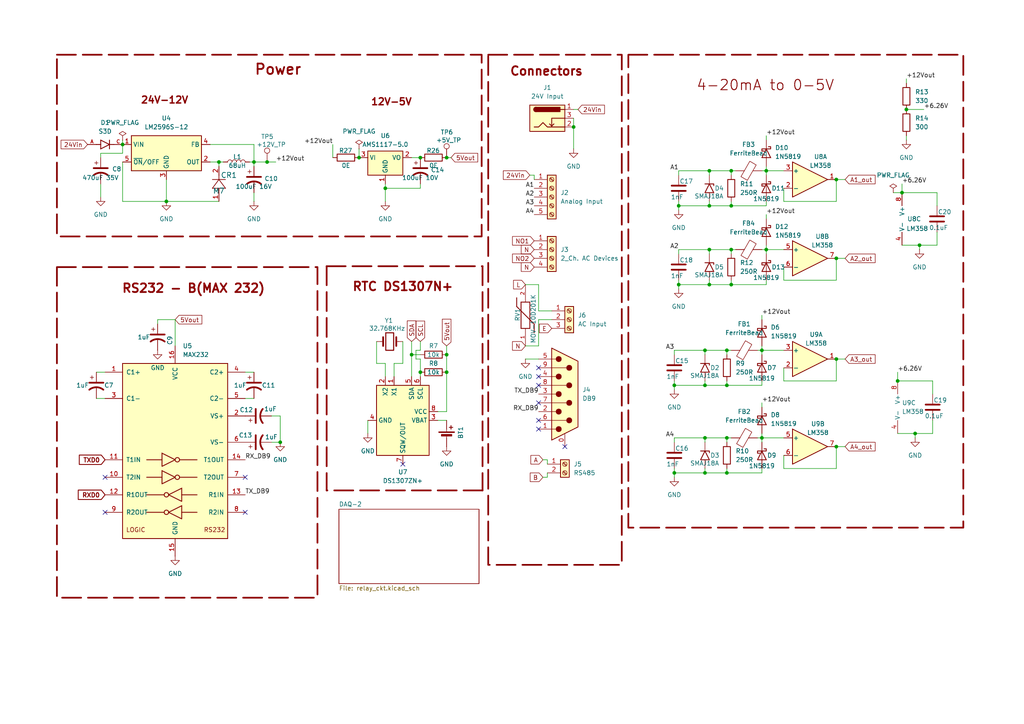
<source format=kicad_sch>
(kicad_sch (version 20231120) (generator "eeschema") (generator_version "8.0")
  (paper "A4")
  (junction (at 35.56 41.91))
  (junction (at 204.47 137.16))
  (junction (at 265.43 125.73))
  (junction (at 242.57 52.07))
  (junction (at 212.09 49.53))
  (junction (at 73.66 46.99))
  (junction (at 210.82 137.16))
  (junction (at 210.82 101.6))
  (junction (at 119.38 102.87))
  (junction (at 48.26 58.42))
  (junction (at 129.54 107.95))
  (junction (at 220.98 101.6))
  (junction (at 205.74 72.39))
  (junction (at 242.57 129.54))
  (junction (at 242.57 104.14))
  (junction (at 210.82 111.76))
  (junction (at 77.47 46.99))
  (junction (at 129.54 45.72))
  (junction (at 204.47 127))
  (junction (at 204.47 111.76))
  (junction (at 204.47 101.6))
  (junction (at 195.58 137.16))
  (junction (at 129.54 102.87))
  (junction (at 242.57 74.93))
  (junction (at 262.89 31.75))
  (junction (at 260.35 110.49))
  (junction (at 205.74 82.55))
  (junction (at 166.37 36.83))
  (junction (at 121.92 45.72))
  (junction (at 81.28 128.27))
  (junction (at 212.09 82.55))
  (junction (at 266.7 71.12))
  (junction (at 205.74 49.53))
  (junction (at 222.25 49.53))
  (junction (at 111.76 54.61))
  (junction (at 220.98 127))
  (junction (at 210.82 127))
  (junction (at 212.09 72.39))
  (junction (at 121.92 107.95))
  (junction (at 196.85 82.55))
  (junction (at 205.74 59.69))
  (junction (at 104.14 45.72))
  (junction (at 222.25 72.39))
  (junction (at 195.58 111.76))
  (junction (at 196.85 59.69))
  (junction (at 261.62 55.88))
  (junction (at 212.09 59.69))
  (junction (at 63.5 46.99))
  (no_connect (at 71.12 138.43))
  (no_connect (at 163.83 129.54))
  (no_connect (at 116.84 134.62))
  (no_connect (at 156.21 109.22))
  (no_connect (at 156.21 124.46))
  (no_connect (at 30.48 148.59))
  (no_connect (at 156.21 111.76))
  (no_connect (at 156.21 121.92))
  (no_connect (at 30.48 138.43))
  (no_connect (at 71.12 148.59))
  (no_connect (at 156.21 106.68))
  (no_connect (at 156.21 116.84))
  (wire (pts (xy 220.98 102.87) (xy 220.98 101.6)))
  (wire (pts (xy 266.7 71.12) (xy 271.78 71.12)))
  (wire (pts (xy 220.98 137.16) (xy 220.98 135.89)))
  (wire (pts (xy 210.82 101.6) (xy 204.47 101.6)))
  (wire (pts (xy 81.28 128.27) (xy 78.74 128.27)))
  (wire (pts (xy 152.4 82.55) (xy 156.21 82.55)))
  (wire (pts (xy 220.98 91.44) (xy 220.98 92.71)))
  (wire (pts (xy 73.66 41.91) (xy 73.66 46.99)))
  (wire (pts (xy 212.09 82.55) (xy 222.25 82.55)))
  (wire (pts (xy 222.25 71.12) (xy 222.25 72.39)))
  (wire (pts (xy 220.98 127) (xy 227.33 127)))
  (wire (pts (xy 212.09 72.39) (xy 205.74 72.39)))
  (wire (pts (xy 261.62 71.12) (xy 266.7 71.12)))
  (wire (pts (xy 205.74 82.55) (xy 205.74 81.28)))
  (wire (pts (xy 195.58 128.27) (xy 195.58 127)))
  (wire (pts (xy 104.14 43.18) (xy 104.14 45.72)))
  (wire (pts (xy 45.72 92.71) (xy 50.8 92.71)))
  (wire (pts (xy 270.51 125.73) (xy 265.43 125.73)))
  (wire (pts (xy 120.65 104.14) (xy 121.92 104.14)))
  (wire (pts (xy 212.09 101.6) (xy 210.82 101.6)))
  (wire (pts (xy 220.98 100.33) (xy 220.98 101.6)))
  (wire (pts (xy 222.25 48.26) (xy 222.25 49.53)))
  (wire (pts (xy 73.66 46.99) (xy 77.47 46.99)))
  (wire (pts (xy 242.57 110.49) (xy 242.57 104.14)))
  (wire (pts (xy 227.33 54.61) (xy 227.33 58.42)))
  (wire (pts (xy 271.78 67.31) (xy 271.78 71.12)))
  (wire (pts (xy 204.47 102.87) (xy 204.47 101.6)))
  (wire (pts (xy 73.66 48.26) (xy 73.66 46.99)))
  (wire (pts (xy 106.68 125.73) (xy 106.68 121.92)))
  (wire (pts (xy 196.85 59.69) (xy 205.74 59.69)))
  (wire (pts (xy 204.47 111.76) (xy 210.82 111.76)))
  (wire (pts (xy 129.54 100.33) (xy 129.54 102.87)))
  (wire (pts (xy 265.43 125.73) (xy 260.35 125.73)))
  (wire (pts (xy 127 119.38) (xy 129.54 119.38)))
  (wire (pts (xy 48.26 52.07) (xy 48.26 58.42)))
  (wire (pts (xy 119.38 102.87) (xy 119.38 109.22)))
  (wire (pts (xy 196.85 73.66) (xy 196.85 72.39)))
  (wire (pts (xy 227.33 81.28) (xy 242.57 81.28)))
  (wire (pts (xy 109.22 105.41) (xy 111.76 105.41)))
  (wire (pts (xy 63.5 48.26) (xy 63.5 46.99)))
  (wire (pts (xy 227.33 135.89) (xy 242.57 135.89)))
  (wire (pts (xy 196.85 49.53) (xy 205.74 49.53)))
  (wire (pts (xy 121.92 99.06) (xy 121.92 101.6)))
  (wire (pts (xy 119.38 99.06) (xy 119.38 102.87)))
  (wire (pts (xy 220.98 101.6) (xy 219.71 101.6)))
  (wire (pts (xy 63.5 46.99) (xy 64.77 46.99)))
  (wire (pts (xy 196.85 72.39) (xy 205.74 72.39)))
  (wire (pts (xy 227.33 77.47) (xy 227.33 81.28)))
  (wire (pts (xy 121.92 107.95) (xy 121.92 109.22)))
  (wire (pts (xy 195.58 137.16) (xy 195.58 135.89)))
  (polyline (pts (xy 139.954 142.24) (xy 94.742 142.24)) (stroke (width 0.5) (type dash) (color 132 0 0 1)))
  (wire (pts (xy 152.4 104.14) (xy 156.21 104.14)))
  (wire (pts (xy 260.35 107.95) (xy 260.35 110.49)))
  (wire (pts (xy 210.82 111.76) (xy 220.98 111.76)))
  (wire (pts (xy 196.85 83.82) (xy 196.85 82.55)))
  (wire (pts (xy 222.25 59.69) (xy 222.25 58.42)))
  (wire (pts (xy 48.26 58.42) (xy 35.56 58.42)))
  (wire (pts (xy 114.3 109.22) (xy 114.3 105.41)))
  (wire (pts (xy 210.82 101.6) (xy 210.82 102.87)))
  (wire (pts (xy 195.58 113.03) (xy 195.58 111.76)))
  (wire (pts (xy 210.82 111.76) (xy 210.82 110.49)))
  (wire (pts (xy 120.65 101.6) (xy 120.65 104.14)))
  (wire (pts (xy 63.5 58.42) (xy 48.26 58.42)))
  (wire (pts (xy 119.38 45.72) (xy 121.92 45.72)))
  (wire (pts (xy 195.58 138.43) (xy 195.58 137.16)))
  (wire (pts (xy 204.47 111.76) (xy 204.47 110.49)))
  (wire (pts (xy 270.51 110.49) (xy 260.35 110.49)))
  (wire (pts (xy 262.89 40.64) (xy 262.89 39.37)))
  (wire (pts (xy 121.92 54.61) (xy 121.92 53.34)))
  (wire (pts (xy 156.21 82.55) (xy 156.21 90.17)))
  (wire (pts (xy 262.89 31.75) (xy 267.97 31.75)))
  (wire (pts (xy 265.43 127) (xy 265.43 125.73)))
  (wire (pts (xy 50.8 92.71) (xy 50.8 100.33)))
  (wire (pts (xy 78.74 120.65) (xy 81.28 120.65)))
  (wire (pts (xy 129.54 102.87) (xy 129.54 107.95)))
  (wire (pts (xy 29.21 53.34) (xy 29.21 57.15)))
  (wire (pts (xy 227.33 132.08) (xy 227.33 135.89)))
  (wire (pts (xy 210.82 137.16) (xy 220.98 137.16)))
  (wire (pts (xy 158.75 133.35) (xy 158.75 134.62)))
  (wire (pts (xy 153.67 50.8) (xy 154.94 50.8)))
  (wire (pts (xy 204.47 128.27) (xy 204.47 127)))
  (wire (pts (xy 156.21 100.33) (xy 156.21 92.71)))
  (wire (pts (xy 220.98 111.76) (xy 220.98 110.49)))
  (wire (pts (xy 210.82 137.16) (xy 210.82 135.89)))
  (wire (pts (xy 127 121.92) (xy 129.54 121.92)))
  (wire (pts (xy 35.56 41.91) (xy 35.56 44.45)))
  (wire (pts (xy 210.82 127) (xy 210.82 128.27)))
  (wire (pts (xy 167.64 31.75) (xy 166.37 31.75)))
  (wire (pts (xy 205.74 82.55) (xy 212.09 82.55)))
  (wire (pts (xy 242.57 74.93) (xy 245.11 74.93)))
  (wire (pts (xy 119.38 102.87) (xy 121.92 102.87)))
  (wire (pts (xy 271.78 55.88) (xy 271.78 59.69)))
  (wire (pts (xy 212.09 59.69) (xy 222.25 59.69)))
  (wire (pts (xy 157.48 133.35) (xy 158.75 133.35)))
  (wire (pts (xy 242.57 52.07) (xy 245.11 52.07)))
  (wire (pts (xy 222.25 72.39) (xy 227.33 72.39)))
  (wire (pts (xy 158.75 138.43) (xy 158.75 137.16)))
  (wire (pts (xy 166.37 34.29) (xy 166.37 36.83)))
  (wire (pts (xy 205.74 59.69) (xy 212.09 59.69)))
  (wire (pts (xy 195.58 111.76) (xy 195.58 110.49)))
  (wire (pts (xy 35.56 40.64) (xy 35.56 41.91)))
  (wire (pts (xy 111.76 58.42) (xy 111.76 54.61)))
  (wire (pts (xy 129.54 45.72) (xy 130.81 45.72)))
  (wire (pts (xy 270.51 114.3) (xy 270.51 110.49)))
  (wire (pts (xy 205.74 50.8) (xy 205.74 49.53)))
  (wire (pts (xy 195.58 102.87) (xy 195.58 101.6)))
  (wire (pts (xy 242.57 104.14) (xy 245.11 104.14)))
  (polyline (pts (xy 139.954 77.216) (xy 139.954 142.24)) (stroke (width 0.5) (type dash) (color 132 0 0 1)))
  (wire (pts (xy 35.56 46.99) (xy 35.56 58.42)))
  (wire (pts (xy 220.98 125.73) (xy 220.98 127)))
  (wire (pts (xy 195.58 101.6) (xy 204.47 101.6)))
  (wire (pts (xy 212.09 82.55) (xy 212.09 81.28)))
  (wire (pts (xy 266.7 72.39) (xy 266.7 71.12)))
  (wire (pts (xy 73.66 115.57) (xy 71.12 115.57)))
  (wire (pts (xy 111.76 53.34) (xy 111.76 54.61)))
  (wire (pts (xy 196.85 82.55) (xy 196.85 81.28)))
  (wire (pts (xy 222.25 39.37) (xy 222.25 40.64)))
  (wire (pts (xy 195.58 111.76) (xy 204.47 111.76)))
  (polyline (pts (xy 94.742 77.216) (xy 94.742 142.24)) (stroke (width 0.5) (type dash) (color 132 0 0 1)))
  (wire (pts (xy 60.96 41.91) (xy 73.66 41.91)))
  (wire (pts (xy 220.98 128.27) (xy 220.98 127)))
  (wire (pts (xy 157.48 138.43) (xy 158.75 138.43)))
  (wire (pts (xy 261.62 53.34) (xy 261.62 55.88)))
  (wire (pts (xy 27.94 115.57) (xy 30.48 115.57)))
  (wire (pts (xy 204.47 137.16) (xy 204.47 135.89)))
  (wire (pts (xy 196.85 59.69) (xy 196.85 58.42)))
  (wire (pts (xy 222.25 49.53) (xy 220.98 49.53)))
  (wire (pts (xy 152.4 100.33) (xy 156.21 100.33)))
  (wire (pts (xy 261.62 55.88) (xy 271.78 55.88)))
  (wire (pts (xy 196.85 60.96) (xy 196.85 59.69)))
  (wire (pts (xy 27.94 107.95) (xy 30.48 107.95)))
  (wire (pts (xy 205.74 73.66) (xy 205.74 72.39)))
  (wire (pts (xy 121.92 104.14) (xy 121.92 107.95)))
  (wire (pts (xy 96.52 41.91) (xy 96.52 45.72)))
  (wire (pts (xy 213.36 72.39) (xy 212.09 72.39)))
  (wire (pts (xy 222.25 73.66) (xy 222.25 72.39)))
  (wire (pts (xy 212.09 49.53) (xy 205.74 49.53)))
  (wire (pts (xy 213.36 49.53) (xy 212.09 49.53)))
  (wire (pts (xy 259.08 55.88) (xy 261.62 55.88)))
  (wire (pts (xy 60.96 46.99) (xy 63.5 46.99)))
  (wire (pts (xy 270.51 121.92) (xy 270.51 125.73)))
  (wire (pts (xy 196.85 50.8) (xy 196.85 49.53)))
  (wire (pts (xy 45.72 92.71) (xy 45.72 93.98)))
  (wire (pts (xy 204.47 137.16) (xy 210.82 137.16)))
  (wire (pts (xy 242.57 58.42) (xy 242.57 52.07)))
  (wire (pts (xy 77.47 46.99) (xy 80.01 46.99)))
  (wire (pts (xy 222.25 82.55) (xy 222.25 81.28)))
  (wire (pts (xy 29.21 44.45) (xy 29.21 45.72)))
  (wire (pts (xy 227.33 58.42) (xy 242.57 58.42)))
  (wire (pts (xy 114.3 105.41) (xy 116.84 105.41)))
  (wire (pts (xy 220.98 116.84) (xy 220.98 118.11)))
  (wire (pts (xy 195.58 137.16) (xy 204.47 137.16)))
  (wire (pts (xy 205.74 59.69) (xy 205.74 58.42)))
  (wire (pts (xy 73.66 107.95) (xy 71.12 107.95)))
  (wire (pts (xy 196.85 82.55) (xy 205.74 82.55)))
  (wire (pts (xy 109.22 99.06) (xy 109.22 105.41)))
  (wire (pts (xy 220.98 127) (xy 219.71 127)))
  (wire (pts (xy 227.33 110.49) (xy 242.57 110.49)))
  (wire (pts (xy 73.66 46.99) (xy 72.39 46.99)))
  (wire (pts (xy 35.56 44.45) (xy 29.21 44.45)))
  (wire (pts (xy 166.37 36.83) (xy 166.37 43.18)))
  (wire (pts (xy 220.98 101.6) (xy 227.33 101.6)))
  (wire (pts (xy 210.82 127) (xy 204.47 127)))
  (wire (pts (xy 129.54 119.38) (xy 129.54 107.95)))
  (wire (pts (xy 222.25 50.8) (xy 222.25 49.53)))
  (wire (pts (xy 212.09 127) (xy 210.82 127)))
  (wire (pts (xy 156.21 92.71) (xy 160.02 92.71)))
  (wire (pts (xy 262.89 22.86) (xy 262.89 24.13)))
  (wire (pts (xy 156.21 90.17) (xy 160.02 90.17)))
  (wire (pts (xy 154.94 50.8) (xy 154.94 52.07)))
  (polyline (pts (xy 94.742 77.216) (xy 139.954 77.216)) (stroke (width 0.5) (type dash) (color 132 0 0 1)))
  (wire (pts (xy 111.76 54.61) (xy 121.92 54.61)))
  (wire (pts (xy 242.57 81.28) (xy 242.57 74.93)))
  (wire (pts (xy 212.09 72.39) (xy 212.09 73.66)))
  (wire (pts (xy 212.09 59.69) (xy 212.09 58.42)))
  (wire (pts (xy 73.66 58.42) (xy 73.66 55.88)))
  (wire (pts (xy 222.25 72.39) (xy 220.98 72.39)))
  (wire (pts (xy 111.76 105.41) (xy 111.76 109.22)))
  (wire (pts (xy 116.84 105.41) (xy 116.84 99.06)))
  (wire (pts (xy 222.25 49.53) (xy 227.33 49.53)))
  (wire (pts (xy 242.57 135.89) (xy 242.57 129.54)))
  (wire (pts (xy 227.33 106.68) (xy 227.33 110.49)))
  (wire (pts (xy 222.25 62.23) (xy 222.25 63.5)))
  (wire (pts (xy 121.92 101.6) (xy 120.65 101.6)))
  (wire (pts (xy 242.57 129.54) (xy 245.11 129.54)))
  (wire (pts (xy 212.09 49.53) (xy 212.09 50.8)))
  (wire (pts (xy 195.58 127) (xy 204.47 127)))
  (wire (pts (xy 81.28 120.65) (xy 81.28 128.27)))
  (rectangle (start 16.51 15.875) (end 139.7 68.58) (stroke (width 0.5) (type dash) (color 132 0 0 1)))
  (rectangle (start 141.605 15.875) (end 180.34 163.83) (stroke (width 0.5) (type dash) (color 132 0 0 1)))
  (rectangle (start 16.51 77.47) (end 92.075 173.355) (stroke (width 0.5) (type dash) (color 132 0 0 1)))
  (rectangle (start 182.245 15.875) (end 279.4 153.035) (stroke (width 0.5) (type dash) (color 132 0 0 1)))
  (text "RTC DS1307N+\n" (at 116.84 83.312 0) (effects (font (size 2.5 2.5) (thickness 0.5) (bold yes))))
  (text "RS232 - B(MAX 232)\n" (at 56.134 83.82 0) (effects (font (size 2.5 2.5) (thickness 0.5) (bold yes))))
  (text "Connectors\n" (at 158.496 20.828 0) (effects (font (size 2.5 2.5) (bold yes))))
  (text "4-20mA to 0-5V" (at 221.996 24.892 0) (effects (font (size 3 3) (thickness 0.254) (bold yes))))
  (text "12V-5V" (at 113.538 29.718 0) (effects (font (size 2 2) (bold yes))))
  (text "Power " (at 81.788 20.32 0) (effects (font (size 3 3) (thickness 0.5) (bold yes))))
  (text "24V-12V" (at 47.752 29.21 0) (effects (font (size 2 2) (bold yes))))
  (label "TX_DB9" (at 156.21 114.3 180))
  (label "+6.26V" (at 260.35 107.95 0))
  (label "A4" (at 195.58 127 180))
  (label "+12Vout" (at 220.98 91.44 0))
  (label "+6.26V" (at 267.97 31.75 0))
  (label "+12Vout" (at 220.98 116.84 0))
  (label "A2" (at 196.85 72.39 180))
  (label "+12Vout" (at 96.52 41.91 180))
  (label "A4" (at 154.94 62.23 180))
  (label "A1" (at 154.94 54.61 180))
  (label "TX_DB9" (at 71.12 143.51 0))
  (label "RX_DB9" (at 71.12 133.35 0))
  (label "+12Vout" (at 262.89 22.86 0))
  (label "+6.26V" (at 261.62 53.34 0))
  (label "A1" (at 196.85 49.53 180))
  (label "RX_DB9" (at 156.21 119.38 180))
  (label "+12Vout" (at 222.25 62.23 0))
  (label "+12Vout" (at 80.01 46.99 0))
  (label "A3" (at 154.94 59.69 180))
  (label "A3" (at 195.58 101.6 180))
  (label "+12Vout" (at 222.25 39.37 0))
  (label "A2" (at 154.94 57.15 180))
  (global_label "24Vin" (shape input) (at 167.64 31.75 0) (property "Intersheetrefs" "${INTERSHEET_REFS}" (effects (hide yes))))
  (global_label "5Vout" (shape input) (at 50.8 92.71 0) (property "Intersheetrefs" "${INTERSHEET_REFS}" (effects (hide yes))))
  (global_label "N" (shape input) (at 154.94 77.47 180) (property "Intersheetrefs" "${INTERSHEET_REFS}" (effects (hide yes))))
  (global_label "RXD0" (shape input) (at 30.48 143.51 180) (effects (font (bold yes))) (property "Intersheetrefs" "${INTERSHEET_REFS}" (effects (hide yes))))
  (global_label "A" (shape input) (at 157.48 133.35 180) (property "Intersheetrefs" "${INTERSHEET_REFS}" (effects (hide yes))))
  (global_label "N" (shape input) (at 154.94 72.39 180) (property "Intersheetrefs" "${INTERSHEET_REFS}" (effects (hide yes))))
  (global_label "24Vin" (shape input) (at 153.67 50.8 180) (property "Intersheetrefs" "${INTERSHEET_REFS}" (effects (hide yes))))
  (global_label "24Vin" (shape input) (at 25.4 41.91 180) (property "Intersheetrefs" "${INTERSHEET_REFS}" (effects (hide yes))))
  (global_label "L" (shape input) (at 152.4 82.55 180) (property "Intersheetrefs" "${INTERSHEET_REFS}" (effects (hide yes))))
  (global_label "NO2" (shape input) (at 154.94 74.93 180) (property "Intersheetrefs" "${INTERSHEET_REFS}" (effects (hide yes))))
  (global_label "B" (shape input) (at 157.48 138.43 180) (property "Intersheetrefs" "${INTERSHEET_REFS}" (effects (hide yes))))
  (global_label "A2_out" (shape input) (at 245.11 74.93 0) (property "Intersheetrefs" "${INTERSHEET_REFS}" (effects (hide yes))))
  (global_label "A4_out" (shape input) (at 245.11 129.54 0) (property "Intersheetrefs" "${INTERSHEET_REFS}" (effects (hide yes))))
  (global_label "A1_out" (shape input) (at 245.11 52.07 0) (property "Intersheetrefs" "${INTERSHEET_REFS}" (effects (hide yes))))
  (global_label "N" (shape input) (at 152.4 100.33 180) (property "Intersheetrefs" "${INTERSHEET_REFS}" (effects (hide yes))))
  (global_label "SDA" (shape input) (at 119.38 99.06 90) (property "Intersheetrefs" "${INTERSHEET_REFS}" (effects (hide yes))))
  (global_label "5Vout" (shape input) (at 129.54 100.33 90) (property "Intersheetrefs" "${INTERSHEET_REFS}" (effects (hide yes))))
  (global_label "NO1" (shape input) (at 154.94 69.85 180) (property "Intersheetrefs" "${INTERSHEET_REFS}" (effects (hide yes))))
  (global_label "A3_out" (shape input) (at 245.11 104.14 0) (property "Intersheetrefs" "${INTERSHEET_REFS}" (effects (hide yes))))
  (global_label "E" (shape input) (at 160.02 95.25 180) (property "Intersheetrefs" "${INTERSHEET_REFS}" (effects (hide yes))))
  (global_label "5Vout" (shape input) (at 130.81 45.72 0) (property "Intersheetrefs" "${INTERSHEET_REFS}" (effects (hide yes))))
  (global_label "TXD0" (shape input) (at 30.48 133.35 180) (effects (font (bold yes))) (property "Intersheetrefs" "${INTERSHEET_REFS}" (effects (hide yes))))
  (global_label "SCL" (shape input) (at 121.92 99.06 90) (property "Intersheetrefs" "${INTERSHEET_REFS}" (effects (hide yes))))
  (symbol (lib_id "power:GND") (at 106.68 125.73 0) (unit 1)
    (property "Reference" "#PWR014" (effects (hide yes)))
    (property "Value" "GND" (at 106.68 130.81 0))
    (property "Description" "Power symbol creates a global label with name \"GND\" , ground" (effects (hide yes)))
  )
  (symbol (lib_id "Connector:TestPoint") (at 77.47 46.99 0) (unit 1)
    (property "Reference" "TP5" (at 75.692 39.624 0) (effects (justify left)))
    (property "Value" "+12V_TP" (at 74.422 41.91 0) (effects (justify left)))
    (property "Footprint" "TestPoint:TestPoint_THTPad_D1.0mm_Drill0.5mm" (effects (hide yes)))
    (property "Description" "test point" (effects (hide yes)))
  )
  (symbol (lib_id "Device:R") (at 100.33 45.72 270) (unit 1)
    (property "Reference" "R27" (at 98.298 43.688 90) (effects (justify left)))
    (property "Value" "0E" (at 99.06 48.006 90) (effects (justify left)))
    (property "Footprint" "Resistor_SMD:R_1206_3216Metric_Pad1.30x1.75mm_HandSolder" (effects (hide yes)))
    (property "Description" "Resistor" (effects (hide yes)))
  )
  (symbol (lib_id "Device:C_Polarized_US") (at 121.92 49.53 0) (unit 1)
    (property "Reference" "C14" (at 124.968 49.276 0) (effects (justify left)))
    (property "Value" "100uF 10V" (at 116.586 51.562 0) (effects (justify left)))
    (property "Footprint" "Capacitor_SMD:CP_Elec_5x5.4" (effects (hide yes)))
    (property "Description" "Polarized capacitor, US symbol" (effects (hide yes)))
  )
  (symbol (lib_id "power:PWR_FLAG") (at 104.14 43.18 0) (unit 1)
    (property "Reference" "#FLG02" (effects (hide yes)))
    (property "Value" "PWR_FLAG" (at 104.14 38.1 0))
    (property "Description" "Special symbol for telling ERC where power comes from" (effects (hide yes)))
  )
  (symbol (lib_id "Device:FerriteBead") (at 215.9 101.6 90) (unit 1)
    (property "Reference" "FB1" (at 215.8492 93.98 90))
    (property "Value" "FerriteBead" (at 215.8492 96.52 90))
    (property "Footprint" "Inductor_SMD:L_Walsin_WLFM201209x" (effects (hide yes)))
    (property "Description" "Ferrite bead" (effects (hide yes)))
  )
  (symbol (lib_id "Device:C") (at 270.51 118.11 0) (unit 1)
    (property "Reference" "C19" (at 270.764 116.078 0) (effects (justify left)))
    (property "Value" "0.1uF" (at 268.224 120.65 0) (effects (justify left)))
    (property "Footprint" "Capacitor_SMD:C_1206_3216Metric_Pad1.33x1.80mm_HandSolder" (effects (hide yes)))
    (property "Description" "Unpolarized capacitor" (effects (hide yes)))
  )
  (symbol (lib_id "power:GND") (at 48.26 58.42 0) (unit 1)
    (property "Reference" "#PWR010" (effects (hide yes)))
    (property "Value" "GND" (at 48.26 63.5 0))
    (property "Description" "Power symbol creates a global label with name \"GND\" , ground" (effects (hide yes)))
  )
  (symbol (lib_id "Device:C") (at 195.58 132.08 0) (unit 1)
    (property "Reference" "C16" (at 195.834 130.048 0) (effects (justify left)))
    (property "Value" "1nF" (at 193.294 134.62 0) (effects (justify left)))
    (property "Footprint" "Capacitor_SMD:C_1206_3216Metric_Pad1.33x1.80mm_HandSolder" (effects (hide yes)))
    (property "Description" "Unpolarized capacitor" (effects (hide yes)))
  )
  (symbol (lib_id "Diode:1N5819") (at 220.98 132.08 270) (unit 1)
    (property "Reference" "D9" (at 222.504 132.08 90) (effects (justify left)))
    (property "Value" "1N5819" (at 217.17 135.128 90) (effects (justify left)))
    (property "Footprint" "Diode_SMD:D_1206_3216Metric_Pad1.42x1.75mm_HandSolder" (effects (hide yes)))
    (property "Datasheet" "http://www.vishay.com/docs/88525/1n5817.pdf" (effects (hide yes)))
    (property "Description" "40V 1A Schottky Barrier Rectifier Diode, DO-41" (effects (hide yes)))
  )
  (symbol (lib_id "power:PWR_FLAG") (at 259.08 55.88 0) (unit 1)
    (property "Reference" "#FLG03" (effects (hide yes)))
    (property "Value" "PWR_FLAG" (at 259.08 50.8 0))
    (property "Description" "Special symbol for telling ERC where power comes from" (effects (hide yes)))
  )
  (symbol (lib_id "Device:C") (at 196.85 77.47 0) (unit 1)
    (property "Reference" "C18" (at 197.104 75.438 0) (effects (justify left)))
    (property "Value" "1nF" (at 194.564 80.01 0) (effects (justify left)))
    (property "Footprint" "Capacitor_SMD:C_1206_3216Metric_Pad1.33x1.80mm_HandSolder" (effects (hide yes)))
    (property "Description" "Unpolarized capacitor" (effects (hide yes)))
  )
  (symbol (lib_id "power:GND") (at 196.85 83.82 0) (unit 1)
    (property "Reference" "#PWR022" (effects (hide yes)))
    (property "Value" "GND" (at 196.85 88.9 0))
    (property "Description" "Power symbol creates a global label with name \"GND\" , ground" (effects (hide yes)))
  )
  (symbol (lib_id "Diode:1N5819") (at 222.25 54.61 270) (unit 1)
    (property "Reference" "D11" (at 223.774 54.61 90) (effects (justify left)))
    (property "Value" "1N5819" (at 218.44 57.658 90) (effects (justify left)))
    (property "Footprint" "Diode_SMD:D_1206_3216Metric_Pad1.42x1.75mm_HandSolder" (effects (hide yes)))
    (property "Datasheet" "http://www.vishay.com/docs/88525/1n5817.pdf" (effects (hide yes)))
    (property "Description" "40V 1A Schottky Barrier Rectifier Diode, DO-41" (effects (hide yes)))
  )
  (symbol (lib_id "power:GND") (at 166.37 43.18 0) (unit 1)
    (property "Reference" "#PWR018" (effects (hide yes)))
    (property "Value" "GND" (at 166.37 48.26 0))
    (property "Description" "Power symbol creates a global label with name \"GND\" , ground" (effects (hide yes)))
  )
  (symbol (lib_id "Timer_RTC:DS1307ZN+") (at 116.84 121.92 270) (unit 1)
    (property "Reference" "U7" (at 116.84 136.906 90))
    (property "Value" "DS1307ZN+" (at 116.84 139.446 90))
    (property "Footprint" "Package_SO:SOIC-8_3.9x4.9mm_P1.27mm" (effects (hide yes)))
    (property "Datasheet" "https://datasheets.maximintegrated.com/en/ds/DS1307.pdf" (effects (hide yes)))
    (property "Description" "64 x 8, Serial, I2C Real-time clock, 4.5V to 5.5V VCC, -40°C to +85°C, SOIC-8" (effects (hide yes)))
  )
  (symbol (lib_id "Diode:SMAJ18A") (at 205.74 54.61 270) (unit 1)
    (property "Reference" "D4" (at 207.264 54.61 90) (effects (justify left)))
    (property "Value" "SMAJ18A" (at 201.422 56.896 90) (effects (justify left)))
    (property "Footprint" "Diode_SMD:D_SMA" (effects (hide yes)))
    (property "Datasheet" "https://www.littelfuse.com/media?resourcetype=datasheets&itemid=75e32973-b177-4ee3-a0ff-cedaf1abdb93&filename=smaj-datasheet" (effects (hide yes)))
    (property "Description" "400W unidirectional Transient Voltage Suppressor, 18.0Vr, SMA(DO-214AC)" (effects (hide yes)))
  )
  (symbol (lib_id "Amplifier_Operational:LM358") (at 234.95 104.14 0) (unit 1)
    (property "Reference" "U9" (at 236.728 97.028 0))
    (property "Value" "LM358" (at 236.728 99.568 0))
    (property "Footprint" "Package_SO:SOIC-8_3.9x4.9mm_P1.27mm" (effects (hide yes)))
    (property "Datasheet" "http://www.ti.com/lit/ds/symlink/lm2904-n.pdf" (effects (hide yes)))
    (property "Description" "Low-Power, Dual Operational Amplifiers, DIP-8/SOIC-8/TO-99-8" (effects (hide yes)))
  )
  (symbol (lib_id "Device:C_Polarized_US") (at 74.93 120.65 90) (unit 1)
    (property "Reference" "C12" (at 73.406 118.872 90) (effects (justify left)))
    (property "Value" "1uF" (at 80.264 118.618 90) (effects (justify left)))
    (property "Footprint" "Capacitor_SMD:C_1206_3216Metric_Pad1.33x1.80mm_HandSolder" (effects (hide yes)))
    (property "Description" "Polarized capacitor, US symbol" (effects (hide yes)))
  )
  (symbol (lib_id "power:GND") (at 266.7 72.39 0) (unit 1)
    (property "Reference" "#PWR025" (effects (hide yes)))
    (property "Value" "GND" (at 266.7 77.47 0))
    (property "Description" "Power symbol creates a global label with name \"GND\" , ground" (effects (hide yes)))
  )
  (symbol (lib_id "Device:R") (at 262.89 27.94 0) (unit 1)
    (property "Reference" "R13" (at 265.43 26.6699 0) (effects (justify left)))
    (property "Value" "330" (at 265.43 29.2099 0) (effects (justify left)))
    (property "Footprint" "Resistor_SMD:R_1206_3216Metric_Pad1.30x1.75mm_HandSolder" (effects (hide yes)))
    (property "Description" "Resistor" (effects (hide yes)))
  )
  (symbol (lib_id "power:GND") (at 45.72 101.6 0) (unit 1)
    (property "Reference" "#PWR09" (effects (hide yes)))
    (property "Value" "GND" (at 45.72 106.68 0))
    (property "Description" "Power symbol creates a global label with name \"GND\" , ground" (effects (hide yes)))
  )
  (symbol (lib_id "Device:C") (at 196.85 54.61 0) (unit 1)
    (property "Reference" "C17" (at 197.104 52.578 0) (effects (justify left)))
    (property "Value" "1nF" (at 194.564 57.15 0) (effects (justify left)))
    (property "Footprint" "Capacitor_SMD:C_1206_3216Metric_Pad1.33x1.80mm_HandSolder" (effects (hide yes)))
    (property "Description" "Unpolarized capacitor" (effects (hide yes)))
  )
  (symbol (lib_id "Device:R") (at 210.82 132.08 0) (unit 1)
    (property "Reference" "R10" (at 213.36 130.8099 0) (effects (justify left)))
    (property "Value" "250R" (at 213.36 133.3499 0) (effects (justify left)))
    (property "Footprint" "Resistor_SMD:R_1206_3216Metric_Pad1.30x1.75mm_HandSolder" (effects (hide yes)))
    (property "Description" "Resistor" (effects (hide yes)))
  )
  (symbol (lib_id "Device:C_Polarized_US") (at 45.72 97.79 0) (unit 1)
    (property "Reference" "C9" (at 49.276 100.076 90) (effects (justify left)))
    (property "Value" "1uF" (at 39.878 97.79 0) (effects (justify left)))
    (property "Footprint" "Capacitor_SMD:C_1206_3216Metric_Pad1.33x1.80mm_HandSolder" (effects (hide yes)))
    (property "Description" "Polarized capacitor, US symbol" (effects (hide yes)))
  )
  (symbol (lib_id "Device:FerriteBead") (at 217.17 72.39 90) (unit 1)
    (property "Reference" "FB4" (at 217.1192 64.77 90))
    (property "Value" "FerriteBead" (at 217.1192 67.31 90))
    (property "Footprint" "Inductor_SMD:L_Walsin_WLFM201209x" (effects (hide yes)))
    (property "Description" "Ferrite bead" (effects (hide yes)))
  )
  (symbol (lib_id "Diode:SMAJ18A") (at 205.74 77.47 270) (unit 1)
    (property "Reference" "D5" (at 207.264 77.47 90) (effects (justify left)))
    (property "Value" "SMAJ18A" (at 201.422 79.756 90) (effects (justify left)))
    (property "Footprint" "Diode_SMD:D_SMA" (effects (hide yes)))
    (property "Datasheet" "https://www.littelfuse.com/media?resourcetype=datasheets&itemid=75e32973-b177-4ee3-a0ff-cedaf1abdb93&filename=smaj-datasheet" (effects (hide yes)))
    (property "Description" "400W unidirectional Transient Voltage Suppressor, 18.0Vr, SMA(DO-214AC)" (effects (hide yes)))
  )
  (symbol (lib_id "power:GND") (at 195.58 138.43 0) (unit 1)
    (property "Reference" "#PWR020" (effects (hide yes)))
    (property "Value" "GND" (at 195.58 143.51 0))
    (property "Description" "Power symbol creates a global label with name \"GND\" , ground" (effects (hide yes)))
  )
  (symbol (lib_id "Connector:Screw_Terminal_01x03") (at 165.1 92.71 0) (unit 1)
    (property "Reference" "J6" (at 167.64 91.4399 0) (effects (justify left)))
    (property "Value" "AC Input" (at 167.64 93.9799 0) (effects (justify left)))
    (property "Footprint" "TerminalBlock_Phoenix:TerminalBlock_Phoenix_MPT-0,5-3-2.54_1x03_P2.54mm_Horizontal" (effects (hide yes)))
    (property "Description" "Generic screw terminal, single row, 01x03, script generated (kicad-library-utils/schlib/autogen/connector/)" (effects (hide yes)))
  )
  (symbol (lib_id "power:GND") (at 152.4 104.14 0) (unit 1)
    (property "Reference" "#PWR017" (effects (hide yes)))
    (property "Value" "GND" (at 152.4 109.22 0))
    (property "Description" "Power symbol creates a global label with name \"GND\" , ground" (effects (hide yes)))
  )
  (symbol (lib_id "Device:Crystal") (at 113.03 99.06 0) (unit 1)
    (property "Reference" "Y1" (at 112.776 92.964 0))
    (property "Value" "32.768KHz" (at 112.268 95.25 0))
    (property "Footprint" "Crystal:Crystal_SMD_Qantek_QC5CB-2Pin_5x3.2mm" (effects (hide yes)))
    (property "Description" "Two pin crystal" (effects (hide yes)))
  )
  (symbol (lib_id "M7:M7") (at 63.5 48.26 270) (unit 1)
    (property "Reference" "CR1" (at 64.008 50.8 90) (effects (font (size 1.524 1.524)) (justify left)))
    (property "Value" "M7" (at 61.722 55.372 90) (effects (font (size 1.524 1.524)) (justify left)))
    (property "Footprint" "Diode_SMD:D_SMA" (effects (hide yes)))
    (property "Datasheet" "M7" (effects (hide yes)))
  )
  (symbol (lib_id "power:GND") (at 50.8 161.29 0) (unit 1)
    (property "Reference" "#PWR011" (effects (hide yes)))
    (property "Value" "GND" (at 50.8 166.37 0))
    (property "Description" "Power symbol creates a global label with name \"GND\" , ground" (effects (hide yes)))
  )
  (symbol (lib_id "Device:R") (at 125.73 102.87 90) (unit 1)
    (property "Reference" "R7" (at 125.73 100.33 90))
    (property "Value" "10k" (at 125.73 102.87 90))
    (property "Footprint" "Resistor_SMD:R_1206_3216Metric_Pad1.30x1.75mm_HandSolder" (effects (hide yes)))
    (property "Description" "Resistor" (effects (hide yes)))
  )
  (symbol (lib_id "power:GND") (at 196.85 60.96 0) (unit 1)
    (property "Reference" "#PWR021" (effects (hide yes)))
    (property "Value" "GND" (at 196.85 66.04 0))
    (property "Description" "Power symbol creates a global label with name \"GND\" , ground" (effects (hide yes)))
  )
  (symbol (lib_id "Amplifier_Operational:LM358") (at 264.16 63.5 0) (unit 3)
    (property "Reference" "U8" (at 263.144 63.5 0) (effects (justify left)))
    (property "Value" "LM358" (at 262.89 66.294 0) (effects (justify left)))
    (property "Footprint" "Package_SO:SOIC-8_3.9x4.9mm_P1.27mm" (effects (hide yes)))
    (property "Datasheet" "http://www.ti.com/lit/ds/symlink/lm2904-n.pdf" (effects (hide yes)))
    (property "Description" "Low-Power, Dual Operational Amplifiers, DIP-8/SOIC-8/TO-99-8" (effects (hide yes)))
  )
  (symbol (lib_id "Device:C") (at 271.78 63.5 0) (unit 1)
    (property "Reference" "C20" (at 272.034 61.468 0) (effects (justify left)))
    (property "Value" "0.1uF" (at 269.494 66.04 0) (effects (justify left)))
    (property "Footprint" "Capacitor_SMD:C_1206_3216Metric_Pad1.33x1.80mm_HandSolder" (effects (hide yes)))
    (property "Description" "Unpolarized capacitor" (effects (hide yes)))
  )
  (symbol (lib_id "power:GND") (at 195.58 113.03 0) (unit 1)
    (property "Reference" "#PWR019" (effects (hide yes)))
    (property "Value" "GND" (at 195.58 118.11 0))
    (property "Description" "Power symbol creates a global label with name \"GND\" , ground" (effects (hide yes)))
  )
  (symbol (lib_id "Interface_UART:MAX232") (at 50.8 130.81 0) (unit 1)
    (property "Reference" "U5" (at 52.9941 100.33 0) (effects (justify left)))
    (property "Value" "MAX232" (at 52.9941 102.87 0) (effects (justify left)))
    (property "Footprint" "Package_SO:SOIC-16W_5.3x10.2mm_P1.27mm" (effects (hide yes)))
    (property "Datasheet" "http://www.ti.com/lit/ds/symlink/max232.pdf" (effects (hide yes)))
    (property "Description" "Dual RS232 driver/receiver, 5V supply, 120kb/s, 0C-70C" (effects (hide yes)))
  )
  (symbol (lib_id "Device:R") (at 212.09 54.61 0) (unit 1)
    (property "Reference" "R11" (at 214.63 53.3399 0) (effects (justify left)))
    (property "Value" "250R" (at 214.63 55.8799 0) (effects (justify left)))
    (property "Footprint" "Resistor_SMD:R_1206_3216Metric_Pad1.30x1.75mm_HandSolder" (effects (hide yes)))
    (property "Description" "Resistor" (effects (hide yes)))
  )
  (symbol (lib_id "Device:C_Polarized_US") (at 27.94 111.76 0) (unit 1)
    (property "Reference" "C7" (at 30.226 111.76 0) (effects (justify left)))
    (property "Value" "1uF" (at 22.098 111.76 0) (effects (justify left)))
    (property "Footprint" "Capacitor_SMD:C_1206_3216Metric_Pad1.33x1.80mm_HandSolder" (effects (hide yes)))
    (property "Description" "Polarized capacitor, US symbol" (effects (hide yes)))
  )
  (symbol (lib_id "power:GND") (at 73.66 58.42 0) (unit 1)
    (property "Reference" "#PWR012" (effects (hide yes)))
    (property "Value" "GND" (at 73.66 63.5 0))
    (property "Description" "Power symbol creates a global label with name \"GND\" , ground" (effects (hide yes)))
  )
  (symbol (lib_id "Diode:1N5819") (at 222.25 44.45 270) (unit 1)
    (property "Reference" "D10" (at 224.79 42.8624 90) (effects (justify left)))
    (property "Value" "1N5819" (at 224.79 45.4024 90) (effects (justify left)))
    (property "Footprint" "Diode_SMD:D_1206_3216Metric_Pad1.42x1.75mm_HandSolder" (effects (hide yes)))
    (property "Datasheet" "http://www.vishay.com/docs/88525/1n5817.pdf" (effects (hide yes)))
    (property "Description" "40V 1A Schottky Barrier Rectifier Diode, DO-41" (effects (hide yes)))
  )
  (symbol (lib_id "Diode:1N5819") (at 220.98 96.52 270) (unit 1)
    (property "Reference" "D6" (at 223.52 94.9324 90) (effects (justify left)))
    (property "Value" "1N5819" (at 223.52 97.4724 90) (effects (justify left)))
    (property "Footprint" "Diode_SMD:D_1206_3216Metric_Pad1.42x1.75mm_HandSolder" (effects (hide yes)))
    (property "Datasheet" "http://www.vishay.com/docs/88525/1n5817.pdf" (effects (hide yes)))
    (property "Description" "40V 1A Schottky Barrier Rectifier Diode, DO-41" (effects (hide yes)))
  )
  (symbol (lib_id "Device:FerriteBead") (at 217.17 49.53 90) (unit 1)
    (property "Reference" "FB3" (at 217.1192 41.91 90))
    (property "Value" "FerriteBead" (at 217.1192 44.45 90))
    (property "Footprint" "Inductor_SMD:L_Walsin_WLFM201209x" (effects (hide yes)))
    (property "Description" "Ferrite bead" (effects (hide yes)))
  )
  (symbol (lib_id "Device:FerriteBead") (at 215.9 127 90) (unit 1)
    (property "Reference" "FB2" (at 215.8492 119.38 90))
    (property "Value" "FerriteBead" (at 215.8492 121.92 90))
    (property "Footprint" "Inductor_SMD:L_Walsin_WLFM201209x" (effects (hide yes)))
    (property "Description" "Ferrite bead" (effects (hide yes)))
  )
  (symbol (lib_id "Regulator_Linear:AMS1117-5.0") (at 111.76 45.72 0) (unit 1)
    (property "Reference" "U6" (at 111.76 39.37 0))
    (property "Value" "AMS1117-5.0" (at 111.76 41.91 0))
    (property "Footprint" "Package_TO_SOT_SMD:SOT-223-3_TabPin2" (effects (hide yes)))
    (property "Datasheet" "http://www.advanced-monolithic.com/pdf/ds1117.pdf" (effects (hide yes)))
    (property "Description" "1A Low Dropout regulator, positive, 5.0V fixed output, SOT-223" (effects (hide yes)))
  )
  (symbol (lib_id "Regulator_Switching:LM2596S-12") (at 48.26 44.45 0) (unit 1)
    (property "Reference" "U4" (at 48.26 34.29 0))
    (property "Value" "LM2596S-12" (at 48.26 36.83 0))
    (property "Footprint" "Package_TO_SOT_SMD:TO-263-5_TabPin3" (effects (hide yes)))
    (property "Datasheet" "http://www.ti.com/lit/ds/symlink/lm2596.pdf" (effects (hide yes)))
    (property "Description" "12V 3A Step-Down Voltage Regulator, TO-263" (effects (hide yes)))
  )
  (symbol (lib_id "Diode:1N5819") (at 222.25 77.47 270) (unit 1)
    (property "Reference" "D13" (at 223.774 77.47 90) (effects (justify left)))
    (property "Value" "1N5819" (at 218.44 80.518 90) (effects (justify left)))
    (property "Footprint" "Diode_SMD:D_1206_3216Metric_Pad1.42x1.75mm_HandSolder" (effects (hide yes)))
    (property "Datasheet" "http://www.vishay.com/docs/88525/1n5817.pdf" (effects (hide yes)))
    (property "Description" "40V 1A Schottky Barrier Rectifier Diode, DO-41" (effects (hide yes)))
  )
  (symbol (lib_id "Device:Battery_Cell") (at 129.54 127 0) (unit 1)
    (property "Reference" "BT1" (at 133.604 125.476 90))
    (property "Value" "Battery_Cell" (effects (hide yes)))
    (property "Footprint" "Battery:BatteryHolder_Keystone_3034_1x20mm" (effects (hide yes)))
    (property "Description" "Single-cell battery" (effects (hide yes)))
  )
  (symbol (lib_id "Diode:1N5819") (at 220.98 121.92 270) (unit 1)
    (property "Reference" "D8" (at 223.52 120.3324 90) (effects (justify left)))
    (property "Value" "1N5819" (at 223.52 122.8724 90) (effects (justify left)))
    (property "Footprint" "Diode_SMD:D_1206_3216Metric_Pad1.42x1.75mm_HandSolder" (effects (hide yes)))
    (property "Datasheet" "http://www.vishay.com/docs/88525/1n5817.pdf" (effects (hide yes)))
    (property "Description" "40V 1A Schottky Barrier Rectifier Diode, DO-41" (effects (hide yes)))
  )
  (symbol (lib_id "Device:R") (at 212.09 77.47 0) (unit 1)
    (property "Reference" "R12" (at 214.63 76.1999 0) (effects (justify left)))
    (property "Value" "250R" (at 214.63 78.7399 0) (effects (justify left)))
    (property "Footprint" "Resistor_SMD:R_1206_3216Metric_Pad1.30x1.75mm_HandSolder" (effects (hide yes)))
    (property "Description" "Resistor" (effects (hide yes)))
  )
  (symbol (lib_id "Amplifier_Operational:LM358") (at 234.95 74.93 0) (unit 2)
    (property "Reference" "U8" (at 238.506 68.58 0))
    (property "Value" "LM358" (at 238.506 71.12 0))
    (property "Footprint" "Package_SO:SOIC-8_3.9x4.9mm_P1.27mm" (effects (hide yes)))
    (property "Datasheet" "http://www.ti.com/lit/ds/symlink/lm2904-n.pdf" (effects (hide yes)))
    (property "Description" "Low-Power, Dual Operational Amplifiers, DIP-8/SOIC-8/TO-99-8" (effects (hide yes)))
  )
  (symbol (lib_id "Device:R") (at 262.89 35.56 0) (unit 1)
    (property "Reference" "R14" (at 265.43 34.2899 0) (effects (justify left)))
    (property "Value" "300" (at 265.43 36.8299 0) (effects (justify left)))
    (property "Footprint" "Resistor_SMD:R_1206_3216Metric_Pad1.30x1.75mm_HandSolder" (effects (hide yes)))
    (property "Description" "Resistor" (effects (hide yes)))
  )
  (symbol (lib_id "power:GND") (at 129.54 129.54 0) (unit 1)
    (property "Reference" "#PWR016" (effects (hide yes)))
    (property "Value" "GND" (at 129.54 134.62 0))
    (property "Description" "Power symbol creates a global label with name \"GND\" , ground" (effects (hide yes)))
  )
  (symbol (lib_id "Device:C_Polarized_US") (at 29.21 49.53 0) (unit 1)
    (property "Reference" "C8" (at 32.512 49.022 0) (effects (justify left)))
    (property "Value" "470uF 35V" (at 23.876 51.562 0) (effects (justify left)))
    (property "Footprint" "Capacitor_SMD:CP_Elec_10x10.5" (effects (hide yes)))
    (property "Description" "Polarized capacitor, US symbol" (effects (hide yes)))
  )
  (symbol (lib_id "MOV-10D201K:MOV-10D201K") (at 152.4 100.33 90) (unit 1)
    (property "Reference" "RV1" (at 150.114 89.408 0) (effects (justify right)))
    (property "Value" "MOV-10D201K" (at 154.686 85.344 0) (effects (justify right)))
    (property "Footprint" "MOV-10D201K:MOV10D201KTR" (effects (hide yes)))
    (property "MANUFACTURER_NAME" "Bourns" (effects (hide yes)))
    (property "MF" "Bourns" (effects (hide yes)))
    (property "MOUSER_PRICE-STOCK" "https://www.mouser.com/Search/Refine.aspx?Keyword=652-MOV-10D201K" (effects (hide yes)))
    (property "DESCRIPTION" "BOURNS - MOV-10D201K - VARISTOR, METAL OXIDE, DISC, 170V" (effects (hide yes)))
    (property "MOUSER_PART_NUMBER" "652-MOV-10D201K" (effects (hide yes)))
    (property "Price" "None" (effects (hide yes)))
    (property "Package" "Disc-10 Bourns" (effects (hide yes)))
    (property "Check_prices" "https://www.snapeda.com/parts/MOV-10D201K/Bourns/view-part/?ref=eda" (effects (hide yes)))
    (property "HEIGHT" "15.5mm" (effects (hide yes)))
    (property "SnapEDA_Link" "https://www.snapeda.com/parts/MOV-10D201K/Bourns/view-part/?ref=snap" (effects (hide yes)))
    (property "MP" "MOV-10D201K" (effects (hide yes)))
    (property "Description_1" "\nMOV-10D Series Metal Oxide Varistor 600pF 25A, Clamping 240V, Varistor 200V | Bourns MOV-10D201K\n" (effects (hide yes)))
    (property "Availability" "In Stock" (effects (hide yes)))
    (property "MANUFACTURER_PART_NUMBER" "MOV-10D201K" (effects (hide yes)))
  )
  (symbol (lib_id "S3D:S3D") (at 30.48 41.91 0) (unit 1)
    (property "Reference" "D1" (at 30.48 35.56 0))
    (property "Value" "S3D" (at 30.48 38.1 0))
    (property "Footprint" "Diode_SMD:D_SMC" (effects (hide yes)))
    (property "MF" "Taiwan Semiconductor" (effects (hide yes)))
    (property "MAXIMUM_PACKAGE_HEIGHT" "2.65mm" (effects (hide yes)))
    (property "Package" "DO-214AB-2 Taiwan Semiconductor" (effects (hide yes)))
    (property "Price" "None" (effects (hide yes)))
    (property "Check_prices" "https://www.snapeda.com/parts/S3D/Taiwan+Semiconductor/view-part/?ref=eda" (effects (hide yes)))
    (property "STANDARD" "Manufacturer Recommendations" (effects (hide yes)))
    (property "PARTREV" "O2301" (effects (hide yes)))
    (property "SnapEDA_Link" "https://www.snapeda.com/parts/S3D/Taiwan+Semiconductor/view-part/?ref=snap" (effects (hide yes)))
    (property "MP" "S3D" (effects (hide yes)))
    (property "Description_1" "\n3A, 200V, Standard Recovery Rectifier\n" (effects (hide yes)))
    (property "SNAPEDA_PN" "S3A" (effects (hide yes)))
    (property "Availability" "In Stock" (effects (hide yes)))
    (property "MANUFACTURER" "Taiwan Semiconductor" (effects (hide yes)))
  )
  (symbol (lib_id "Device:R") (at 125.73 107.95 90) (unit 1)
    (property "Reference" "R8" (at 125.73 105.41 90))
    (property "Value" "10k" (at 125.73 107.95 90))
    (property "Footprint" "Resistor_SMD:R_1206_3216Metric_Pad1.30x1.75mm_HandSolder" (effects (hide yes)))
    (property "Description" "Resistor" (effects (hide yes)))
  )
  (symbol (lib_id "power:GND") (at 111.76 58.42 0) (unit 1)
    (property "Reference" "#PWR015" (effects (hide yes)))
    (property "Value" "GND" (at 111.76 63.5 0))
    (property "Description" "Power symbol creates a global label with name \"GND\" , ground" (effects (hide yes)))
  )
  (symbol (lib_id "Connector:Screw_Terminal_01x04") (at 160.02 72.39 0) (unit 1)
    (property "Reference" "J3" (at 162.56 72.3899 0) (effects (justify left)))
    (property "Value" "2_Ch. AC Devices" (at 162.56 74.9299 0) (effects (justify left)))
    (property "Footprint" "TerminalBlock_Phoenix:TerminalBlock_Phoenix_MPT-0,5-4-2.54_1x04_P2.54mm_Horizontal" (effects (hide yes)))
    (property "Description" "Generic screw terminal, single row, 01x04, script generated (kicad-library-utils/schlib/autogen/connector/)" (effects (hide yes)))
  )
  (symbol (lib_id "Amplifier_Operational:LM358") (at 234.95 52.07 0) (unit 1)
    (property "Reference" "U8" (at 237.998 45.466 0))
    (property "Value" "LM358" (at 237.998 48.006 0))
    (property "Footprint" "Package_SO:SOIC-8_3.9x4.9mm_P1.27mm" (effects (hide yes)))
    (property "Datasheet" "http://www.ti.com/lit/ds/symlink/lm2904-n.pdf" (effects (hide yes)))
    (property "Description" "Low-Power, Dual Operational Amplifiers, DIP-8/SOIC-8/TO-99-8" (effects (hide yes)))
  )
  (symbol (lib_id "Amplifier_Operational:LM358") (at 234.95 129.54 0) (unit 2)
    (property "Reference" "U9" (at 237.236 122.936 0))
    (property "Value" "LM358" (at 237.236 125.476 0))
    (property "Footprint" "Package_SO:SOIC-8_3.9x4.9mm_P1.27mm" (effects (hide yes)))
    (property "Datasheet" "http://www.ti.com/lit/ds/symlink/lm2904-n.pdf" (effects (hide yes)))
    (property "Description" "Low-Power, Dual Operational Amplifiers, DIP-8/SOIC-8/TO-99-8" (effects (hide yes)))
  )
  (symbol (lib_id "power:GND") (at 29.21 57.15 0) (unit 1)
    (property "Reference" "#PWR08" (effects (hide yes)))
    (property "Value" "GND" (at 29.21 62.23 0))
    (property "Description" "Power symbol creates a global label with name \"GND\" , ground" (effects (hide yes)))
  )
  (symbol (lib_id "Diode:SMAJ18A") (at 204.47 106.68 270) (unit 1)
    (property "Reference" "D2" (at 205.994 106.68 90) (effects (justify left)))
    (property "Value" "SMAJ18A" (at 200.152 108.966 90) (effects (justify left)))
    (property "Footprint" "Diode_SMD:D_SMA" (effects (hide yes)))
    (property "Datasheet" "https://www.littelfuse.com/media?resourcetype=datasheets&itemid=75e32973-b177-4ee3-a0ff-cedaf1abdb93&filename=smaj-datasheet" (effects (hide yes)))
    (property "Description" "400W unidirectional Transient Voltage Suppressor, 18.0Vr, SMA(DO-214AC)" (effects (hide yes)))
  )
  (symbol (lib_id "Device:C_Polarized_US") (at 73.66 52.07 0) (unit 1)
    (property "Reference" "C10" (at 76.708 51.816 0) (effects (justify left)))
    (property "Value" "100uF 16V" (at 68.326 54.102 0) (effects (justify left)))
    (property "Footprint" "Capacitor_SMD:CP_Elec_8x10.5" (effects (hide yes)))
    (property "Description" "Polarized capacitor, US symbol" (effects (hide yes)))
  )
  (symbol (lib_id "power:PWR_FLAG") (at 35.56 40.64 0) (unit 1)
    (property "Reference" "#FLG01" (effects (hide yes)))
    (property "Value" "PWR_FLAG" (at 35.56 35.56 0))
    (property "Description" "Special symbol for telling ERC where power comes from" (effects (hide yes)))
  )
  (symbol (lib_id "Device:L") (at 68.58 46.99 90) (unit 1)
    (property "Reference" "L1" (at 68.834 45.466 90))
    (property "Value" "68uH" (at 68.834 48.006 90))
    (property "Footprint" "Inductor_SMD:L_Bourns_SRP1038C_10.0x10.0mm" (effects (hide yes)))
    (property "Description" "Inductor" (effects (hide yes)))
  )
  (symbol (lib_id "Device:C_Polarized_US") (at 73.66 111.76 0) (unit 1)
    (property "Reference" "C11" (at 75.946 111.76 0) (effects (justify left)))
    (property "Value" "1uF" (at 67.818 111.76 0) (effects (justify left)))
    (property "Footprint" "Capacitor_SMD:C_1206_3216Metric_Pad1.33x1.80mm_HandSolder" (effects (hide yes)))
    (property "Description" "Polarized capacitor, US symbol" (effects (hide yes)))
  )
  (symbol (lib_id "Device:R") (at 210.82 106.68 0) (unit 1)
    (property "Reference" "R9" (at 213.36 105.4099 0) (effects (justify left)))
    (property "Value" "250R" (at 213.36 107.9499 0) (effects (justify left)))
    (property "Footprint" "Resistor_SMD:R_1206_3216Metric_Pad1.30x1.75mm_HandSolder" (effects (hide yes)))
    (property "Description" "Resistor" (effects (hide yes)))
  )
  (symbol (lib_id "Device:R") (at 125.73 45.72 270) (unit 1)
    (property "Reference" "R26" (at 123.698 43.688 90) (effects (justify left)))
    (property "Value" "0E" (at 124.46 48.006 90) (effects (justify left)))
    (property "Footprint" "Resistor_SMD:R_1206_3216Metric_Pad1.30x1.75mm_HandSolder" (effects (hide yes)))
    (property "Description" "Resistor" (effects (hide yes)))
  )
  (symbol (lib_id "Diode:1N5819") (at 222.25 67.31 270) (unit 1)
    (property "Reference" "D12" (at 224.79 65.7224 90) (effects (justify left)))
    (property "Value" "1N5819" (at 224.79 68.2624 90) (effects (justify left)))
    (property "Footprint" "Diode_SMD:D_1206_3216Metric_Pad1.42x1.75mm_HandSolder" (effects (hide yes)))
    (property "Datasheet" "http://www.vishay.com/docs/88525/1n5817.pdf" (effects (hide yes)))
    (property "Description" "40V 1A Schottky Barrier Rectifier Diode, DO-41" (effects (hide yes)))
  )
  (symbol (lib_id "Device:C_Polarized_US") (at 74.93 128.27 90) (unit 1)
    (property "Reference" "C13" (at 73.152 126.238 90) (effects (justify left)))
    (property "Value" "1uF" (at 80.518 126.746 90) (effects (justify left)))
    (property "Footprint" "Capacitor_SMD:C_1206_3216Metric_Pad1.33x1.80mm_HandSolder" (effects (hide yes)))
    (property "Description" "Polarized capacitor, US symbol" (effects (hide yes)))
  )
  (symbol (lib_id "power:GND") (at 262.89 40.64 0) (unit 1)
    (property "Reference" "#PWR023" (effects (hide yes)))
    (property "Value" "GND" (at 262.89 45.72 0))
    (property "Description" "Power symbol creates a global label with name \"GND\" , ground" (effects (hide yes)))
  )
  (symbol (lib_id "Diode:1N5819") (at 220.98 106.68 270) (unit 1)
    (property "Reference" "D7" (at 222.504 106.68 90) (effects (justify left)))
    (property "Value" "1N5819" (at 217.17 109.728 90) (effects (justify left)))
    (property "Footprint" "Diode_SMD:D_1206_3216Metric_Pad1.42x1.75mm_HandSolder" (effects (hide yes)))
    (property "Datasheet" "http://www.vishay.com/docs/88525/1n5817.pdf" (effects (hide yes)))
    (property "Description" "40V 1A Schottky Barrier Rectifier Diode, DO-41" (effects (hide yes)))
  )
  (symbol (lib_id "Connector:Barrel_Jack_Switch") (at 158.75 34.29 0) (unit 1)
    (property "Reference" "J1" (at 158.75 25.4 0))
    (property "Value" "24V Input" (at 158.75 27.94 0))
    (property "Footprint" "Connector_BarrelJack:BarrelJack_Horizontal" (effects (hide yes)))
    (property "Description" "DC Barrel Jack with an internal switch" (effects (hide yes)))
  )
  (symbol (lib_id "Connector:DE9_Plug_MountingHoles") (at 163.83 114.3 0) (unit 1)
    (property "Reference" "J4" (at 168.91 113.0299 0) (effects (justify left)))
    (property "Value" "DB9" (at 168.91 115.5699 0) (effects (justify left)))
    (property "Footprint" "Connector_Dsub:DSUB-9_Male_Horizontal_P2.77x2.84mm_EdgePinOffset4.94mm_Housed_MountingHolesOffset7.48mm" (effects (hide yes)))
    (property "Description" "9-pin male plug pin D-SUB connector, Mounting Hole" (effects (hide yes)))
  )
  (symbol (lib_id "Device:C") (at 195.58 106.68 0) (unit 1)
    (property "Reference" "C15" (at 195.834 104.648 0) (effects (justify left)))
    (property "Value" "1nF" (at 193.294 109.22 0) (effects (justify left)))
    (property "Footprint" "Capacitor_SMD:C_1206_3216Metric_Pad1.33x1.80mm_HandSolder" (effects (hide yes)))
    (property "Description" "Unpolarized capacitor" (effects (hide yes)))
  )
  (symbol (lib_id "power:GND") (at 81.28 128.27 0) (unit 1)
    (property "Reference" "#PWR013" (effects (hide yes)))
    (property "Value" "GND" (at 81.28 133.35 0))
    (property "Description" "Power symbol creates a global label with name \"GND\" , ground" (effects (hide yes)))
  )
  (symbol (lib_id "power:GND") (at 265.43 127 0) (unit 1)
    (property "Reference" "#PWR024" (effects (hide yes)))
    (property "Value" "GND" (at 265.43 132.08 0))
    (property "Description" "Power symbol creates a global label with name \"GND\" , ground" (effects (hide yes)))
  )
  (symbol (lib_id "Connector:TestPoint") (at 129.54 45.72 0) (unit 1)
    (property "Reference" "TP6" (at 127.762 38.354 0) (effects (justify left)))
    (property "Value" "+5V_TP" (at 126.492 40.64 0) (effects (justify left)))
    (property "Footprint" "TestPoint:TestPoint_THTPad_D1.0mm_Drill0.5mm" (effects (hide yes)))
    (property "Description" "test point" (effects (hide yes)))
  )
  (symbol (lib_id "Amplifier_Operational:LM358") (at 262.89 118.11 0) (unit 3)
    (property "Reference" "U9" (at 261.62 116.8399 0) (effects (justify left)))
    (property "Value" "LM358" (at 261.62 119.3799 0) (effects (justify left)))
    (property "Footprint" "Package_SO:SOIC-8_3.9x4.9mm_P1.27mm" (effects (hide yes)))
    (property "Datasheet" "http://www.ti.com/lit/ds/symlink/lm2904-n.pdf" (effects (hide yes)))
    (property "Description" "Low-Power, Dual Operational Amplifiers, DIP-8/SOIC-8/TO-99-8" (effects (hide yes)))
  )
  (symbol (lib_id "Connector:Screw_Terminal_01x05") (at 160.02 57.15 0) (unit 1)
    (property "Reference" "J2" (at 162.56 55.8799 0) (effects (justify left)))
    (property "Value" "Analog Input" (at 162.56 58.4199 0) (effects (justify left)))
    (property "Footprint" "TerminalBlock_Phoenix:TerminalBlock_Phoenix_MPT-0,5-5-2.54_1x05_P2.54mm_Horizontal" (effects (hide yes)))
    (property "Description" "Generic screw terminal, single row, 01x05, script generated (kicad-library-utils/schlib/autogen/connector/)" (effects (hide yes)))
  )
  (symbol (lib_id "Diode:SMAJ18A") (at 204.47 132.08 270) (unit 1)
    (property "Reference" "D3" (at 205.994 132.08 90) (effects (justify left)))
    (property "Value" "SMAJ18A" (at 200.152 134.366 90) (effects (justify left)))
    (property "Footprint" "Diode_SMD:D_SMA" (effects (hide yes)))
    (property "Datasheet" "https://www.littelfuse.com/media?resourcetype=datasheets&itemid=75e32973-b177-4ee3-a0ff-cedaf1abdb93&filename=smaj-datasheet" (effects (hide yes)))
    (property "Description" "400W unidirectional Transient Voltage Suppressor, 18.0Vr, SMA(DO-214AC)" (effects (hide yes)))
  )
  (symbol (lib_id "Connector:Screw_Terminal_01x02") (at 163.83 134.62 0) (unit 1)
    (property "Reference" "J5" (at 166.37 134.6199 0) (effects (justify left)))
    (property "Value" "RS485" (at 166.37 137.1599 0) (effects (justify left)))
    (property "Footprint" "TerminalBlock_Phoenix:TerminalBlock_Phoenix_MPT-0,5-2-2.54_1x02_P2.54mm_Horizontal" (effects (hide yes)))
    (property "Description" "Generic screw terminal, single row, 01x02, script generated (kicad-library-utils/schlib/autogen/connector/)" (effects (hide yes)))
  )
  (sheet (at 98.298 147.701) (size 40.64 21.59) (stroke (width 0.1524))
    (property "Sheetname" "DAQ-2" (at 98.298 146.9894 0) (effects (justify left bottom)))
    (property "Sheetfile" "relay_ckt.kicad_sch" (at 98.298 169.8756 0) (effects (justify left top)))
  )
)
</source>
